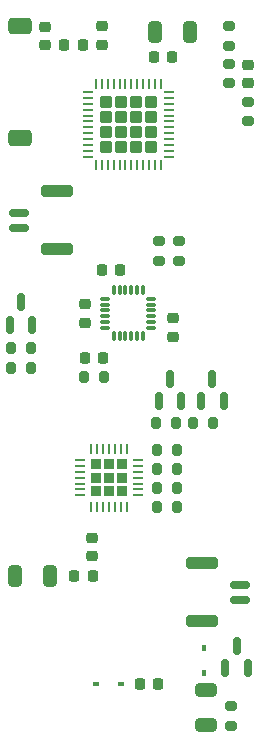
<source format=gbp>
%TF.GenerationSoftware,KiCad,Pcbnew,(6.0.5)*%
%TF.CreationDate,2022-11-21T17:11:25+07:00*%
%TF.ProjectId,Smart_P_ESP_3,536d6172-745f-4505-9f45-53505f332e6b,rev?*%
%TF.SameCoordinates,PX88da2e0PY8b54f20*%
%TF.FileFunction,Paste,Bot*%
%TF.FilePolarity,Positive*%
%FSLAX46Y46*%
G04 Gerber Fmt 4.6, Leading zero omitted, Abs format (unit mm)*
G04 Created by KiCad (PCBNEW (6.0.5)) date 2022-11-21 17:11:25*
%MOMM*%
%LPD*%
G01*
G04 APERTURE LIST*
G04 Aperture macros list*
%AMRoundRect*
0 Rectangle with rounded corners*
0 $1 Rounding radius*
0 $2 $3 $4 $5 $6 $7 $8 $9 X,Y pos of 4 corners*
0 Add a 4 corners polygon primitive as box body*
4,1,4,$2,$3,$4,$5,$6,$7,$8,$9,$2,$3,0*
0 Add four circle primitives for the rounded corners*
1,1,$1+$1,$2,$3*
1,1,$1+$1,$4,$5*
1,1,$1+$1,$6,$7*
1,1,$1+$1,$8,$9*
0 Add four rect primitives between the rounded corners*
20,1,$1+$1,$2,$3,$4,$5,0*
20,1,$1+$1,$4,$5,$6,$7,0*
20,1,$1+$1,$6,$7,$8,$9,0*
20,1,$1+$1,$8,$9,$2,$3,0*%
G04 Aperture macros list end*
%ADD10RoundRect,0.200000X-0.200000X-0.275000X0.200000X-0.275000X0.200000X0.275000X-0.200000X0.275000X0*%
%ADD11RoundRect,0.200000X0.275000X-0.200000X0.275000X0.200000X-0.275000X0.200000X-0.275000X-0.200000X0*%
%ADD12RoundRect,0.218750X-0.256250X0.218750X-0.256250X-0.218750X0.256250X-0.218750X0.256250X0.218750X0*%
%ADD13RoundRect,0.225000X-0.225000X-0.250000X0.225000X-0.250000X0.225000X0.250000X-0.225000X0.250000X0*%
%ADD14RoundRect,0.200000X0.200000X0.275000X-0.200000X0.275000X-0.200000X-0.275000X0.200000X-0.275000X0*%
%ADD15RoundRect,0.150000X0.150000X-0.587500X0.150000X0.587500X-0.150000X0.587500X-0.150000X-0.587500X0*%
%ADD16RoundRect,0.225000X0.250000X-0.225000X0.250000X0.225000X-0.250000X0.225000X-0.250000X-0.225000X0*%
%ADD17RoundRect,0.250000X-0.325000X-0.650000X0.325000X-0.650000X0.325000X0.650000X-0.325000X0.650000X0*%
%ADD18RoundRect,0.225000X0.225000X-0.225000X0.225000X0.225000X-0.225000X0.225000X-0.225000X-0.225000X0*%
%ADD19RoundRect,0.062500X0.062500X-0.337500X0.062500X0.337500X-0.062500X0.337500X-0.062500X-0.337500X0*%
%ADD20RoundRect,0.062500X0.337500X-0.062500X0.337500X0.062500X-0.337500X0.062500X-0.337500X-0.062500X0*%
%ADD21RoundRect,0.350000X0.650000X0.350000X-0.650000X0.350000X-0.650000X-0.350000X0.650000X-0.350000X0*%
%ADD22RoundRect,0.150000X-0.700000X0.150000X-0.700000X-0.150000X0.700000X-0.150000X0.700000X0.150000X0*%
%ADD23RoundRect,0.250000X-1.100000X0.250000X-1.100000X-0.250000X1.100000X-0.250000X1.100000X0.250000X0*%
%ADD24RoundRect,0.200000X-0.275000X0.200000X-0.275000X-0.200000X0.275000X-0.200000X0.275000X0.200000X0*%
%ADD25RoundRect,0.225000X0.225000X0.250000X-0.225000X0.250000X-0.225000X-0.250000X0.225000X-0.250000X0*%
%ADD26RoundRect,0.225000X-0.250000X0.225000X-0.250000X-0.225000X0.250000X-0.225000X0.250000X0.225000X0*%
%ADD27RoundRect,0.250000X-0.270000X0.270000X-0.270000X-0.270000X0.270000X-0.270000X0.270000X0.270000X0*%
%ADD28RoundRect,0.062500X-0.062500X0.375000X-0.062500X-0.375000X0.062500X-0.375000X0.062500X0.375000X0*%
%ADD29RoundRect,0.062500X-0.375000X0.062500X-0.375000X-0.062500X0.375000X-0.062500X0.375000X0.062500X0*%
%ADD30RoundRect,0.150000X0.700000X-0.150000X0.700000X0.150000X-0.700000X0.150000X-0.700000X-0.150000X0*%
%ADD31RoundRect,0.250000X1.100000X-0.250000X1.100000X0.250000X-1.100000X0.250000X-1.100000X-0.250000X0*%
%ADD32RoundRect,0.250000X0.650000X-0.325000X0.650000X0.325000X-0.650000X0.325000X-0.650000X-0.325000X0*%
%ADD33R,0.450000X0.600000*%
%ADD34R,0.600000X0.450000*%
%ADD35RoundRect,0.218750X0.218750X0.256250X-0.218750X0.256250X-0.218750X-0.256250X0.218750X-0.256250X0*%
%ADD36RoundRect,0.075000X0.350000X0.075000X-0.350000X0.075000X-0.350000X-0.075000X0.350000X-0.075000X0*%
%ADD37RoundRect,0.075000X0.075000X-0.350000X0.075000X0.350000X-0.075000X0.350000X-0.075000X-0.350000X0*%
%ADD38RoundRect,0.250000X0.325000X0.650000X-0.325000X0.650000X-0.325000X-0.650000X0.325000X-0.650000X0*%
G04 APERTURE END LIST*
D10*
%TO.C,R22*%
X1075000Y31500000D03*
X2725000Y31500000D03*
%TD*%
D11*
%TO.C,R21*%
X21100000Y52375000D03*
X21100000Y54025000D03*
%TD*%
D12*
%TO.C,L1*%
X8750000Y60425000D03*
X8750000Y58850000D03*
%TD*%
D13*
%TO.C,C16*%
X13125000Y57800000D03*
X14675000Y57800000D03*
%TD*%
D14*
%TO.C,R8*%
X15025000Y26800000D03*
X13375000Y26800000D03*
%TD*%
%TO.C,R23*%
X2725000Y33200000D03*
X1075000Y33200000D03*
%TD*%
D15*
%TO.C,Q3*%
X15450000Y28662500D03*
X13550000Y28662500D03*
X14500000Y30537500D03*
%TD*%
D16*
%TO.C,C8*%
X14800000Y34125000D03*
X14800000Y35675000D03*
%TD*%
D10*
%TO.C,R7*%
X16475000Y26800000D03*
X18125000Y26800000D03*
%TD*%
D17*
%TO.C,C14*%
X13225000Y59900000D03*
X16175000Y59900000D03*
%TD*%
D18*
%TO.C,U2*%
X10470000Y21080000D03*
X8230000Y23320000D03*
X9350000Y23320000D03*
X9350000Y22200000D03*
X10470000Y23320000D03*
X10470000Y22200000D03*
X9350000Y21080000D03*
X8230000Y22200000D03*
X8230000Y21080000D03*
D19*
X10850000Y19750000D03*
X10350000Y19750000D03*
X9850000Y19750000D03*
X9350000Y19750000D03*
X8850000Y19750000D03*
X8350000Y19750000D03*
X7850000Y19750000D03*
D20*
X6900000Y20700000D03*
X6900000Y21200000D03*
X6900000Y21700000D03*
X6900000Y22200000D03*
X6900000Y22700000D03*
X6900000Y23200000D03*
X6900000Y23700000D03*
D19*
X7850000Y24650000D03*
X8350000Y24650000D03*
X8850000Y24650000D03*
X9350000Y24650000D03*
X9850000Y24650000D03*
X10350000Y24650000D03*
X10850000Y24650000D03*
D20*
X11800000Y23700000D03*
X11800000Y23200000D03*
X11800000Y22700000D03*
X11800000Y22200000D03*
X11800000Y21700000D03*
X11800000Y21200000D03*
X11800000Y20700000D03*
%TD*%
D21*
%TO.C,J2*%
X1800000Y60450000D03*
X1800000Y50950000D03*
%TD*%
D22*
%TO.C,J4*%
X1750000Y44625000D03*
X1750000Y43375000D03*
D23*
X4950000Y46475000D03*
X4950000Y41525000D03*
%TD*%
D16*
%TO.C,C13*%
X21100000Y55625000D03*
X21100000Y57175000D03*
%TD*%
%TO.C,C12*%
X3950000Y58825000D03*
X3950000Y60375000D03*
%TD*%
D24*
%TO.C,R18*%
X19500000Y57225000D03*
X19500000Y55575000D03*
%TD*%
D25*
%TO.C,C10*%
X10275000Y39800000D03*
X8725000Y39800000D03*
%TD*%
D13*
%TO.C,C2*%
X6425000Y13900000D03*
X7975000Y13900000D03*
%TD*%
D15*
%TO.C,Q4*%
X2850000Y35162500D03*
X950000Y35162500D03*
X1900000Y37037500D03*
%TD*%
D25*
%TO.C,C9*%
X8875000Y32300000D03*
X7325000Y32300000D03*
%TD*%
D26*
%TO.C,C4*%
X7950000Y17125000D03*
X7950000Y15575000D03*
%TD*%
D13*
%TO.C,C15*%
X5575000Y58850000D03*
X7125000Y58850000D03*
%TD*%
D27*
%TO.C,U5*%
X9065000Y52745000D03*
X11645000Y52745000D03*
X10355000Y54035000D03*
X12935000Y54035000D03*
X9065000Y50165000D03*
X12935000Y52745000D03*
X10355000Y51455000D03*
X10355000Y52745000D03*
X11645000Y54035000D03*
X12935000Y51455000D03*
X9065000Y54035000D03*
X11645000Y51455000D03*
X10355000Y50165000D03*
X11645000Y50165000D03*
X9065000Y51455000D03*
X12935000Y50165000D03*
D28*
X8250000Y55537500D03*
X8750000Y55537500D03*
X9250000Y55537500D03*
X9750000Y55537500D03*
X10250000Y55537500D03*
X10750000Y55537500D03*
X11250000Y55537500D03*
X11750000Y55537500D03*
X12250000Y55537500D03*
X12750000Y55537500D03*
X13250000Y55537500D03*
X13750000Y55537500D03*
D29*
X14437500Y54850000D03*
X14437500Y54350000D03*
X14437500Y53850000D03*
X14437500Y53350000D03*
X14437500Y52850000D03*
X14437500Y52350000D03*
X14437500Y51850000D03*
X14437500Y51350000D03*
X14437500Y50850000D03*
X14437500Y50350000D03*
X14437500Y49850000D03*
X14437500Y49350000D03*
D28*
X13750000Y48662500D03*
X13250000Y48662500D03*
X12750000Y48662500D03*
X12250000Y48662500D03*
X11750000Y48662500D03*
X11250000Y48662500D03*
X10750000Y48662500D03*
X10250000Y48662500D03*
X9750000Y48662500D03*
X9250000Y48662500D03*
X8750000Y48662500D03*
X8250000Y48662500D03*
D29*
X7562500Y49350000D03*
X7562500Y49850000D03*
X7562500Y50350000D03*
X7562500Y50850000D03*
X7562500Y51350000D03*
X7562500Y51850000D03*
X7562500Y52350000D03*
X7562500Y52850000D03*
X7562500Y53350000D03*
X7562500Y53850000D03*
X7562500Y54350000D03*
X7562500Y54850000D03*
%TD*%
D30*
%TO.C,J3*%
X20450000Y11875000D03*
X20450000Y13125000D03*
D31*
X17250000Y10025000D03*
X17250000Y14975000D03*
%TD*%
D14*
%TO.C,R5*%
X15075000Y24550000D03*
X13425000Y24550000D03*
%TD*%
D24*
%TO.C,R13*%
X15300000Y42225000D03*
X15300000Y40575000D03*
%TD*%
D15*
%TO.C,Q1*%
X21100000Y6062500D03*
X19200000Y6062500D03*
X20150000Y7937500D03*
%TD*%
D24*
%TO.C,R17*%
X19500000Y60425000D03*
X19500000Y58775000D03*
%TD*%
D26*
%TO.C,C7*%
X7300000Y36875000D03*
X7300000Y35325000D03*
%TD*%
D14*
%TO.C,R2*%
X15075000Y21350000D03*
X13425000Y21350000D03*
%TD*%
D15*
%TO.C,Q2*%
X19050000Y28662500D03*
X17150000Y28662500D03*
X18100000Y30537500D03*
%TD*%
D14*
%TO.C,R4*%
X15075000Y22950000D03*
X13425000Y22950000D03*
%TD*%
D24*
%TO.C,R12*%
X13600000Y42225000D03*
X13600000Y40575000D03*
%TD*%
D14*
%TO.C,R3*%
X15075000Y19750000D03*
X13425000Y19750000D03*
%TD*%
D32*
%TO.C,C1*%
X17600000Y1225000D03*
X17600000Y4175000D03*
%TD*%
D33*
%TO.C,D1*%
X17400000Y7750000D03*
X17400000Y5650000D03*
%TD*%
D11*
%TO.C,R1*%
X19700000Y1200000D03*
X19700000Y2850000D03*
%TD*%
D34*
%TO.C,D2*%
X10387500Y4700000D03*
X8287500Y4700000D03*
%TD*%
D35*
%TO.C,D5*%
X13537500Y4700000D03*
X11962500Y4700000D03*
%TD*%
D14*
%TO.C,R14*%
X8925000Y30700000D03*
X7275000Y30700000D03*
%TD*%
D36*
%TO.C,U3*%
X12950000Y37350000D03*
X12950000Y36850000D03*
X12950000Y36350000D03*
X12950000Y35850000D03*
X12950000Y35350000D03*
X12950000Y34850000D03*
D37*
X12250000Y34150000D03*
X11750000Y34150000D03*
X11250000Y34150000D03*
X10750000Y34150000D03*
X10250000Y34150000D03*
X9750000Y34150000D03*
D36*
X9050000Y34850000D03*
X9050000Y35350000D03*
X9050000Y35850000D03*
X9050000Y36350000D03*
X9050000Y36850000D03*
X9050000Y37350000D03*
D37*
X9750000Y38050000D03*
X10250000Y38050000D03*
X10750000Y38050000D03*
X11250000Y38050000D03*
X11750000Y38050000D03*
X12250000Y38050000D03*
%TD*%
D38*
%TO.C,C3*%
X4325000Y13900000D03*
X1375000Y13900000D03*
%TD*%
M02*

</source>
